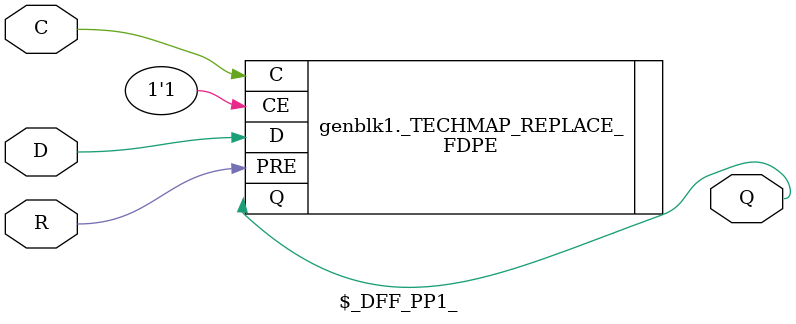
<source format=v>
/*
 *  yosys -- Yosys Open SYnthesis Suite
 *
 *  Copyright (C) 2012  Clifford Wolf <clifford@clifford.at>
 *
 *  Permission to use, copy, modify, and/or distribute this software for any
 *  purpose with or without fee is hereby granted, provided that the above
 *  copyright notice and this permission notice appear in all copies.
 *
 *  THE SOFTWARE IS PROVIDED "AS IS" AND THE AUTHOR DISCLAIMS ALL WARRANTIES
 *  WITH REGARD TO THIS SOFTWARE INCLUDING ALL IMPLIED WARRANTIES OF
 *  MERCHANTABILITY AND FITNESS. IN NO EVENT SHALL THE AUTHOR BE LIABLE FOR
 *  ANY SPECIAL, DIRECT, INDIRECT, OR CONSEQUENTIAL DAMAGES OR ANY DAMAGES
 *  WHATSOEVER RESULTING FROM LOSS OF USE, DATA OR PROFITS, WHETHER IN AN
 *  ACTION OF CONTRACT, NEGLIGENCE OR OTHER TORTIOUS ACTION, ARISING OUT OF
 *  OR IN CONNECTION WITH THE USE OR PERFORMANCE OF THIS SOFTWARE.
 *
 */

// ============================================================================
// FF mapping

`ifndef _NO_FFS

module  \$_DFF_N_   (input D, C, output Q);
  parameter [0:0] _TECHMAP_WIREINIT_Q_ = 1'bx;
  generate if (_TECHMAP_WIREINIT_Q_ === 1'b1)
    FDSE_1 #(.INIT(_TECHMAP_WIREINIT_Q_)) _TECHMAP_REPLACE_ (.D(D), .Q(Q), .C(C), .CE(1'b1), .S(1'b0));
  else
    FDRE_1 #(.INIT(_TECHMAP_WIREINIT_Q_)) _TECHMAP_REPLACE_ (.D(D), .Q(Q), .C(C), .CE(1'b1), .R(1'b0));
  endgenerate
endmodule
module  \$_DFF_P_   (input D, C, output Q);
  parameter [0:0] _TECHMAP_WIREINIT_Q_ = 1'bx;
  generate if (_TECHMAP_WIREINIT_Q_ === 1'b1)
    FDSE   #(.INIT(_TECHMAP_WIREINIT_Q_)) _TECHMAP_REPLACE_ (.D(D), .Q(Q), .C(C), .CE(1'b1), .S(1'b0));
  else
    FDRE   #(.INIT(_TECHMAP_WIREINIT_Q_)) _TECHMAP_REPLACE_ (.D(D), .Q(Q), .C(C), .CE(1'b1), .R(1'b0));
  endgenerate
endmodule

module  \$_DFFE_NP_ (input D, C, E, output Q);
  parameter [0:0] _TECHMAP_WIREINIT_Q_ = 1'bx;
  generate if (_TECHMAP_WIREINIT_Q_ === 1'b1)
    FDSE_1 #(.INIT(_TECHMAP_WIREINIT_Q_)) _TECHMAP_REPLACE_ (.D(D), .Q(Q), .C(C), .CE(E),    .S(1'b0));
  else
    FDRE_1 #(.INIT(_TECHMAP_WIREINIT_Q_)) _TECHMAP_REPLACE_ (.D(D), .Q(Q), .C(C), .CE(E),    .R(1'b0));
  endgenerate
endmodule
module  \$_DFFE_PP_ (input D, C, E, output Q);
  parameter [0:0] _TECHMAP_WIREINIT_Q_ = 1'bx;
  generate if (_TECHMAP_WIREINIT_Q_ === 1'b1)
    FDSE   #(.INIT(_TECHMAP_WIREINIT_Q_)) _TECHMAP_REPLACE_ (.D(D), .Q(Q), .C(C), .CE(E),    .S(1'b0));
  else
    FDRE   #(.INIT(_TECHMAP_WIREINIT_Q_)) _TECHMAP_REPLACE_ (.D(D), .Q(Q), .C(C), .CE(E),    .R(1'b0));
  endgenerate
endmodule

module  \$_DFF_NN0_ (input D, C, R, output Q);
  parameter [0:0] _TECHMAP_WIREINIT_Q_ = 1'bx;
  generate if (_TECHMAP_WIREINIT_Q_ === 1'b1)
    $error("Spartan 6 doesn't support FFs with asynchronous reset initialized to 1");
  else
    FDCE_1 #(.INIT(_TECHMAP_WIREINIT_Q_)) _TECHMAP_REPLACE_ (.D(D), .Q(Q), .C(C), .CE(1'b1), .CLR(!R));
  endgenerate
endmodule
module  \$_DFF_NP0_ (input D, C, R, output Q);
  parameter [0:0] _TECHMAP_WIREINIT_Q_ = 1'bx;
  generate if (_TECHMAP_WIREINIT_Q_ === 1'b1)
    $error("Spartan 6 doesn't support FFs with asynchronous reset initialized to 1");
  else
    FDCE_1 #(.INIT(_TECHMAP_WIREINIT_Q_)) _TECHMAP_REPLACE_ (.D(D), .Q(Q), .C(C), .CE(1'b1), .CLR( R));
  endgenerate
endmodule
module  \$_DFF_PN0_ (input D, C, R, output Q);
  parameter [0:0] _TECHMAP_WIREINIT_Q_ = 1'bx;
  generate if (_TECHMAP_WIREINIT_Q_ === 1'b1)
    $error("Spartan 6 doesn't support FFs with asynchronous reset initialized to 1");
  else
    FDCE   #(.INIT(_TECHMAP_WIREINIT_Q_)) _TECHMAP_REPLACE_ (.D(D), .Q(Q), .C(C), .CE(1'b1), .CLR(!R));
  endgenerate
endmodule
module  \$_DFF_PP0_ (input D, C, R, output Q);
  parameter [0:0] _TECHMAP_WIREINIT_Q_ = 1'bx;
  generate if (_TECHMAP_WIREINIT_Q_ === 1'b1)
    $error("Spartan 6 doesn't support FFs with asynchronous reset initialized to 1");
  else
    FDCE   #(.INIT(_TECHMAP_WIREINIT_Q_)) _TECHMAP_REPLACE_ (.D(D), .Q(Q), .C(C), .CE(1'b1), .CLR( R));
  endgenerate
endmodule

module  \$_DFF_NN1_ (input D, C, R, output Q);
  parameter [0:0] _TECHMAP_WIREINIT_Q_ = 1'bx;
  generate if (_TECHMAP_WIREINIT_Q_ === 1'b0)
    $error("Spartan 6 doesn't support FFs with asynchronous set initialized to 0");
  else
    FDPE_1 #(.INIT(_TECHMAP_WIREINIT_Q_)) _TECHMAP_REPLACE_ (.D(D), .Q(Q), .C(C), .CE(1'b1), .PRE(!R));
  endgenerate
endmodule
module  \$_DFF_NP1_ (input D, C, R, output Q);
  parameter [0:0] _TECHMAP_WIREINIT_Q_ = 1'bx;
  generate if (_TECHMAP_WIREINIT_Q_ === 1'b0)
    $error("Spartan 6 doesn't support FFs with asynchronous set initialized to 0");
  else
    FDPE_1 #(.INIT(_TECHMAP_WIREINIT_Q_)) _TECHMAP_REPLACE_ (.D(D), .Q(Q), .C(C), .CE(1'b1), .PRE( R));
  endgenerate
endmodule
module  \$_DFF_PN1_ (input D, C, R, output Q);
  parameter [0:0] _TECHMAP_WIREINIT_Q_ = 1'bx;
  generate if (_TECHMAP_WIREINIT_Q_ === 1'b0)
    $error("Spartan 6 doesn't support FFs with asynchronous set initialized to 0");
  else
    FDPE   #(.INIT(_TECHMAP_WIREINIT_Q_)) _TECHMAP_REPLACE_ (.D(D), .Q(Q), .C(C), .CE(1'b1), .PRE(!R));
  endgenerate
endmodule
module  \$_DFF_PP1_ (input D, C, R, output Q);
  parameter [0:0] _TECHMAP_WIREINIT_Q_ = 1'bx;
  generate if (_TECHMAP_WIREINIT_Q_ === 1'b0)
    $error("Spartan 6 doesn't support FFs with asynchronous set initialized to 0");
  else
    FDPE   #(.INIT(_TECHMAP_WIREINIT_Q_)) _TECHMAP_REPLACE_ (.D(D), .Q(Q), .C(C), .CE(1'b1), .PRE( R));
  endgenerate
endmodule

`endif


</source>
